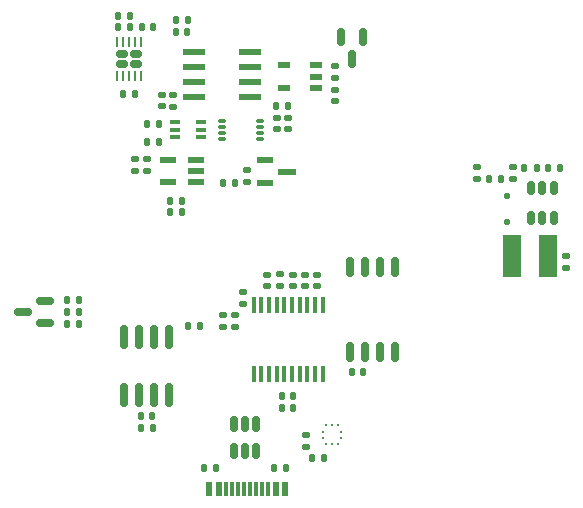
<source format=gbr>
%TF.GenerationSoftware,KiCad,Pcbnew,9.0.6*%
%TF.CreationDate,2026-01-16T15:37:09+00:00*%
%TF.ProjectId,mu,6d752e6b-6963-4616-945f-706362585858,rev?*%
%TF.SameCoordinates,Original*%
%TF.FileFunction,Paste,Bot*%
%TF.FilePolarity,Positive*%
%FSLAX46Y46*%
G04 Gerber Fmt 4.6, Leading zero omitted, Abs format (unit mm)*
G04 Created by KiCad (PCBNEW 9.0.6) date 2026-01-16 15:37:09*
%MOMM*%
%LPD*%
G01*
G04 APERTURE LIST*
G04 Aperture macros list*
%AMRoundRect*
0 Rectangle with rounded corners*
0 $1 Rounding radius*
0 $2 $3 $4 $5 $6 $7 $8 $9 X,Y pos of 4 corners*
0 Add a 4 corners polygon primitive as box body*
4,1,4,$2,$3,$4,$5,$6,$7,$8,$9,$2,$3,0*
0 Add four circle primitives for the rounded corners*
1,1,$1+$1,$2,$3*
1,1,$1+$1,$4,$5*
1,1,$1+$1,$6,$7*
1,1,$1+$1,$8,$9*
0 Add four rect primitives between the rounded corners*
20,1,$1+$1,$2,$3,$4,$5,0*
20,1,$1+$1,$4,$5,$6,$7,0*
20,1,$1+$1,$6,$7,$8,$9,0*
20,1,$1+$1,$8,$9,$2,$3,0*%
G04 Aperture macros list end*
%ADD10RoundRect,0.135000X0.135000X0.185000X-0.135000X0.185000X-0.135000X-0.185000X0.135000X-0.185000X0*%
%ADD11RoundRect,0.150000X-0.150000X0.460000X-0.150000X-0.460000X0.150000X-0.460000X0.150000X0.460000X0*%
%ADD12RoundRect,0.135000X-0.135000X-0.185000X0.135000X-0.185000X0.135000X0.185000X-0.135000X0.185000X0*%
%ADD13RoundRect,0.125000X-0.125000X0.125000X-0.125000X-0.125000X0.125000X-0.125000X0.125000X0.125000X0*%
%ADD14RoundRect,0.135000X0.185000X-0.135000X0.185000X0.135000X-0.185000X0.135000X-0.185000X-0.135000X0*%
%ADD15RoundRect,0.135000X-0.185000X0.135000X-0.185000X-0.135000X0.185000X-0.135000X0.185000X0.135000X0*%
%ADD16R,1.498600X3.606800*%
%ADD17R,1.981200X0.558800*%
%ADD18RoundRect,0.140000X-0.140000X-0.170000X0.140000X-0.170000X0.140000X0.170000X-0.140000X0.170000X0*%
%ADD19RoundRect,0.140000X0.170000X-0.140000X0.170000X0.140000X-0.170000X0.140000X-0.170000X-0.140000X0*%
%ADD20RoundRect,0.147500X-0.172500X0.147500X-0.172500X-0.147500X0.172500X-0.147500X0.172500X0.147500X0*%
%ADD21RoundRect,0.140000X-0.170000X0.140000X-0.170000X-0.140000X0.170000X-0.140000X0.170000X0.140000X0*%
%ADD22RoundRect,0.140000X0.140000X0.170000X-0.140000X0.170000X-0.140000X-0.170000X0.140000X-0.170000X0*%
%ADD23RoundRect,0.150000X-0.150000X0.587500X-0.150000X-0.587500X0.150000X-0.587500X0.150000X0.587500X0*%
%ADD24R,1.000000X0.599999*%
%ADD25R,1.320800X0.558800*%
%ADD26R,1.587500X0.558800*%
%ADD27R,0.279400X0.254000*%
%ADD28R,0.254000X0.279400*%
%ADD29RoundRect,0.150000X0.587500X0.150000X-0.587500X0.150000X-0.587500X-0.150000X0.587500X-0.150000X0*%
%ADD30R,0.355600X1.473200*%
%ADD31R,0.850900X0.355600*%
%ADD32R,0.600000X1.240000*%
%ADD33R,0.300000X1.240000*%
%ADD34R,1.473200X0.558800*%
%ADD35RoundRect,0.150000X0.150000X-0.825000X0.150000X0.825000X-0.150000X0.825000X-0.150000X-0.825000X0*%
%ADD36RoundRect,0.162500X0.162500X-0.650000X0.162500X0.650000X-0.162500X0.650000X-0.162500X-0.650000X0*%
%ADD37RoundRect,0.167500X0.312500X-0.167500X0.312500X0.167500X-0.312500X0.167500X-0.312500X-0.167500X0*%
%ADD38RoundRect,0.062500X0.062500X-0.362500X0.062500X0.362500X-0.062500X0.362500X-0.062500X-0.362500X0*%
%ADD39RoundRect,0.150000X-0.150000X0.512500X-0.150000X-0.512500X0.150000X-0.512500X0.150000X0.512500X0*%
%ADD40O,0.800001X0.299999*%
G04 APERTURE END LIST*
D10*
%TO.C,R2*%
X183020000Y-73212000D03*
X182000000Y-73212000D03*
%TD*%
D11*
%TO.C,U2*%
X180550000Y-74967000D03*
X181500000Y-74967000D03*
X182450000Y-74967000D03*
X182450000Y-77457000D03*
X181500000Y-77457000D03*
X180550000Y-77457000D03*
%TD*%
D12*
%TO.C,R4*%
X176980000Y-74212000D03*
X178000000Y-74212000D03*
%TD*%
D13*
%TO.C,D1*%
X178500000Y-75612000D03*
X178500000Y-77812000D03*
%TD*%
D14*
%TO.C,C10*%
X176000000Y-74212000D03*
X176000000Y-73192000D03*
%TD*%
D15*
%TO.C,C7*%
X183500000Y-80702000D03*
X183500000Y-81722000D03*
%TD*%
D16*
%TO.C,L1*%
X182024000Y-80712000D03*
X178976000Y-80712000D03*
%TD*%
D14*
%TO.C,C4*%
X179000000Y-74212000D03*
X179000000Y-73192000D03*
%TD*%
D10*
%TO.C,R1*%
X181010000Y-73212000D03*
X179990000Y-73212000D03*
%TD*%
D12*
%TO.C,R9*%
X147990000Y-69500000D03*
X149010000Y-69500000D03*
%TD*%
D17*
%TO.C,U13*%
X156724400Y-63460000D03*
X156724400Y-64730000D03*
X156724400Y-66000000D03*
X156724400Y-67270000D03*
X152000000Y-67270000D03*
X152000000Y-66000000D03*
X152000000Y-64730000D03*
X152000000Y-63460000D03*
%TD*%
D18*
%TO.C,C20*%
X145615000Y-60336000D03*
X146575000Y-60336000D03*
%TD*%
D19*
%TO.C,C16*%
X163950001Y-67605001D03*
X163950001Y-66645001D03*
%TD*%
D12*
%TO.C,R17*%
X141260000Y-84450000D03*
X142280000Y-84450000D03*
%TD*%
D20*
%TO.C,FB1*%
X160363723Y-82263115D03*
X160363723Y-83233115D03*
%TD*%
D21*
%TO.C,C27*%
X160000000Y-69020000D03*
X160000000Y-69980000D03*
%TD*%
D22*
%TO.C,C17*%
X166334927Y-90541073D03*
X165374927Y-90541073D03*
%TD*%
D21*
%TO.C,C6*%
X148000000Y-72520000D03*
X148000000Y-73480000D03*
%TD*%
D19*
%TO.C,C8*%
X161399970Y-83225681D03*
X161399970Y-82265681D03*
%TD*%
D12*
%TO.C,RF1*%
X149990000Y-76000000D03*
X151010000Y-76000000D03*
%TD*%
D14*
%TO.C,R5*%
X159257121Y-83235736D03*
X159257121Y-82215736D03*
%TD*%
D21*
%TO.C,C5*%
X147000000Y-72520000D03*
X147000000Y-73480000D03*
%TD*%
D23*
%TO.C,D2*%
X164450001Y-62125001D03*
X166350001Y-62125001D03*
X165400001Y-64000001D03*
%TD*%
D24*
%TO.C,U4*%
X162375001Y-64549999D03*
X162375001Y-65500000D03*
X162375001Y-66449998D03*
X159625001Y-66449998D03*
X159625001Y-64549999D03*
%TD*%
D22*
%TO.C,C23*%
X148475691Y-94264761D03*
X147515691Y-94264761D03*
%TD*%
D19*
%TO.C,C9*%
X162406319Y-83220956D03*
X162406319Y-82260956D03*
%TD*%
D22*
%TO.C,C21*%
X146980000Y-67000000D03*
X146020000Y-67000000D03*
%TD*%
D25*
%TO.C,U12*%
X158000000Y-74500000D03*
X158000000Y-72599998D03*
D26*
X159898650Y-73549999D03*
%TD*%
D27*
%TO.C,U14*%
X162900199Y-96079000D03*
X162900199Y-95579000D03*
D28*
X163187600Y-95041600D03*
X163687599Y-95041600D03*
X164187598Y-95041600D03*
D27*
X164474999Y-95579000D03*
X164474999Y-96079000D03*
D28*
X164187598Y-96616400D03*
X163687599Y-96616400D03*
X163187600Y-96616400D03*
%TD*%
D10*
%TO.C,C29*%
X151465075Y-60700069D03*
X150445075Y-60700069D03*
%TD*%
D12*
%TO.C,R10*%
X151490000Y-86622918D03*
X152510000Y-86622918D03*
%TD*%
D29*
%TO.C,D3*%
X139375000Y-84500000D03*
X139375000Y-86400000D03*
X137500000Y-85450000D03*
%TD*%
D12*
%TO.C,R8*%
X152821326Y-98608399D03*
X153841326Y-98608399D03*
%TD*%
D30*
%TO.C,U1*%
X157049999Y-84824917D03*
X157700000Y-84824917D03*
X158349998Y-84824917D03*
X159000000Y-84824917D03*
X159649998Y-84824917D03*
X160299997Y-84824917D03*
X160949998Y-84824917D03*
X161599997Y-84824917D03*
X162249998Y-84824917D03*
X162899997Y-84824917D03*
X162899999Y-90666917D03*
X162250001Y-90666917D03*
X161600000Y-90666917D03*
X160950001Y-90666917D03*
X160300000Y-90666917D03*
X159650001Y-90666917D03*
X159000000Y-90666917D03*
X158350001Y-90666917D03*
X157700000Y-90666917D03*
X157050001Y-90666917D03*
%TD*%
D10*
%TO.C,R3*%
X155510000Y-74500000D03*
X154490000Y-74500000D03*
%TD*%
D22*
%TO.C,C31*%
X142240000Y-85450000D03*
X141280000Y-85450000D03*
%TD*%
D31*
%TO.C,U10*%
X152623950Y-69350001D03*
X152623950Y-70000000D03*
X152623950Y-70649999D03*
X150376050Y-70649999D03*
X150376050Y-70000000D03*
X150376050Y-69350001D03*
%TD*%
D21*
%TO.C,C26*%
X159000000Y-69020000D03*
X159000000Y-69980000D03*
%TD*%
D32*
%TO.C,J1*%
X159711326Y-100383399D03*
X158911326Y-100383399D03*
D33*
X157761326Y-100383399D03*
X156761326Y-100383399D03*
X156261326Y-100383399D03*
X155261326Y-100383399D03*
D32*
X154111326Y-100383399D03*
X153311326Y-100383399D03*
X153311326Y-100383399D03*
X154111326Y-100383399D03*
D33*
X154761326Y-100383399D03*
X155761326Y-100383399D03*
X157261326Y-100383399D03*
X158261326Y-100383399D03*
D32*
X158911326Y-100383399D03*
X159711326Y-100383399D03*
%TD*%
D14*
%TO.C,R6*%
X156149998Y-84719917D03*
X156149998Y-83699917D03*
%TD*%
D34*
%TO.C,U6*%
X152193800Y-72549999D03*
X152193800Y-73500000D03*
X152193800Y-74450001D03*
X149806200Y-74450001D03*
X149806200Y-72549999D03*
%TD*%
D12*
%TO.C,C30*%
X161964999Y-97829001D03*
X162984999Y-97829001D03*
%TD*%
%TO.C,R11*%
X145575000Y-61336000D03*
X146595000Y-61336000D03*
%TD*%
D22*
%TO.C,C28*%
X151445075Y-61700069D03*
X150485075Y-61700069D03*
%TD*%
D35*
%TO.C,U9*%
X149905000Y-92475000D03*
X148635000Y-92475000D03*
X147365000Y-92475000D03*
X146095000Y-92475000D03*
X146095000Y-87525000D03*
X147365000Y-87525000D03*
X148635000Y-87525000D03*
X149905000Y-87525000D03*
%TD*%
D10*
%TO.C,C24*%
X148505691Y-95264761D03*
X147485691Y-95264761D03*
%TD*%
D36*
%TO.C,U5*%
X169053800Y-88834700D03*
X167783800Y-88834700D03*
X166513800Y-88834700D03*
X165243800Y-88834700D03*
X165243800Y-81659700D03*
X166513800Y-81659700D03*
X167783800Y-81659700D03*
X169053800Y-81659700D03*
%TD*%
D15*
%TO.C,R13*%
X155474999Y-85691918D03*
X155474999Y-86711918D03*
%TD*%
D37*
%TO.C,U8*%
X145905000Y-64410000D03*
X147095000Y-64410000D03*
X145905000Y-63590000D03*
X147095000Y-63590000D03*
D38*
X147500000Y-65450000D03*
X147000000Y-65450000D03*
X146500000Y-65450000D03*
X146000000Y-65450000D03*
X145500000Y-65450000D03*
X145500000Y-62550000D03*
X146000000Y-62550000D03*
X146500000Y-62550000D03*
X147000000Y-62550000D03*
X147500000Y-62550000D03*
%TD*%
D12*
%TO.C,R7*%
X158821326Y-98608399D03*
X159841326Y-98608399D03*
%TD*%
D10*
%TO.C,R14*%
X142270000Y-86450000D03*
X141250000Y-86450000D03*
%TD*%
D14*
%TO.C,C19*%
X150254569Y-68054549D03*
X150254569Y-67034549D03*
%TD*%
D19*
%TO.C,C22*%
X149268112Y-68005456D03*
X149268112Y-67045456D03*
%TD*%
D15*
%TO.C,R16*%
X156500000Y-73393599D03*
X156500000Y-74413599D03*
%TD*%
D19*
%TO.C,C13*%
X158182404Y-83225544D03*
X158182404Y-82265544D03*
%TD*%
D18*
%TO.C,C11*%
X159474999Y-93579000D03*
X160434999Y-93579000D03*
%TD*%
D39*
%TO.C,U7*%
X155381326Y-94908399D03*
X156331326Y-94908399D03*
X157281326Y-94908399D03*
X157281326Y-97183399D03*
X156331326Y-97183399D03*
X155381326Y-97183399D03*
%TD*%
D10*
%TO.C,C18*%
X149010000Y-71000000D03*
X147990000Y-71000000D03*
%TD*%
D18*
%TO.C,C12*%
X159454999Y-92579000D03*
X160414999Y-92579000D03*
%TD*%
D40*
%TO.C,U11*%
X154400001Y-70750001D03*
X154400001Y-70250002D03*
X154400001Y-69750000D03*
X154400001Y-69250002D03*
X157600002Y-69250002D03*
X157600002Y-69750000D03*
X157600002Y-70250002D03*
X157600002Y-70750001D03*
%TD*%
D18*
%TO.C,C25*%
X147615000Y-61336000D03*
X148575000Y-61336000D03*
%TD*%
D10*
%TO.C,R15*%
X160010000Y-68000000D03*
X158990000Y-68000000D03*
%TD*%
D15*
%TO.C,C14*%
X163950001Y-64615001D03*
X163950001Y-65635001D03*
%TD*%
D12*
%TO.C,Rg1*%
X150000000Y-77000000D03*
X151020000Y-77000000D03*
%TD*%
D14*
%TO.C,C15*%
X161474999Y-96839001D03*
X161474999Y-95819001D03*
%TD*%
%TO.C,R12*%
X154474999Y-86711918D03*
X154474999Y-85691918D03*
%TD*%
M02*

</source>
